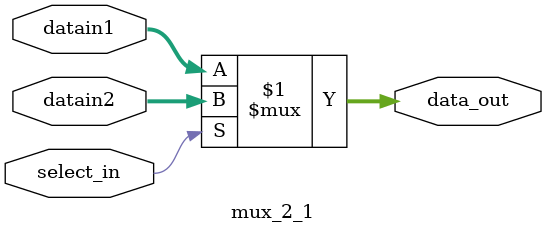
<source format=v>
`timescale 1ns / 1ps
module mux_2_1( select_in, datain1, datain2, data_out   );

parameter WORD_SIZE = 32 ; 
// Parameters 

// Input and outputs 
// Modelling with Continuous Assignments 

input  wire select_in ;  
input  wire [WORD_SIZE-1:0] datain1 ; 
input  wire [WORD_SIZE-1:0] datain2 ; 
output wire [WORD_SIZE-1:0] data_out ;

assign data_out = (select_in) ? datain2 : datain1;

endmodule

</source>
